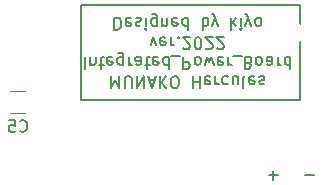
<source format=gbo>
G04 #@! TF.GenerationSoftware,KiCad,Pcbnew,(5.1.10)-1*
G04 #@! TF.CreationDate,2022-02-14T20:21:52+09:00*
G04 #@! TF.ProjectId,Integrated_Power_Board,496e7465-6772-4617-9465-645f506f7765,rev?*
G04 #@! TF.SameCoordinates,Original*
G04 #@! TF.FileFunction,Legend,Bot*
G04 #@! TF.FilePolarity,Positive*
%FSLAX46Y46*%
G04 Gerber Fmt 4.6, Leading zero omitted, Abs format (unit mm)*
G04 Created by KiCad (PCBNEW (5.1.10)-1) date 2022-02-14 20:21:52*
%MOMM*%
%LPD*%
G01*
G04 APERTURE LIST*
%ADD10C,0.150000*%
%ADD11C,0.120000*%
%ADD12C,0.100000*%
%ADD13O,1.700000X2.000000*%
%ADD14O,2.700000X1.500000*%
%ADD15O,1.600000X1.600000*%
%ADD16R,2.000000X4.000000*%
%ADD17C,1.635000*%
%ADD18C,1.600000*%
%ADD19C,1.800000*%
%ADD20R,1.800000X1.800000*%
%ADD21O,4.000000X2.000000*%
%ADD22C,1.440000*%
%ADD23R,2.200000X2.200000*%
%ADD24O,2.200000X2.200000*%
%ADD25R,3.200000X3.200000*%
%ADD26O,3.200000X3.200000*%
%ADD27C,2.700000*%
G04 APERTURE END LIST*
D10*
X160116870Y-89176935D02*
X141616870Y-89176935D01*
X160116870Y-97176935D02*
X160116870Y-89176935D01*
X141616870Y-97176935D02*
X160116870Y-97176935D01*
X141616870Y-97176935D02*
X141616870Y-89176935D01*
X144164489Y-95199554D02*
X144164489Y-96199554D01*
X144497822Y-95485268D01*
X144831155Y-96199554D01*
X144831155Y-95199554D01*
X145307346Y-96199554D02*
X145307346Y-95390030D01*
X145354965Y-95294792D01*
X145402584Y-95247173D01*
X145497822Y-95199554D01*
X145688298Y-95199554D01*
X145783536Y-95247173D01*
X145831155Y-95294792D01*
X145878774Y-95390030D01*
X145878774Y-96199554D01*
X146354965Y-95199554D02*
X146354965Y-96199554D01*
X146926393Y-95199554D01*
X146926393Y-96199554D01*
X147354965Y-95485268D02*
X147831155Y-95485268D01*
X147259727Y-95199554D02*
X147593060Y-96199554D01*
X147926393Y-95199554D01*
X148259727Y-95199554D02*
X148259727Y-96199554D01*
X148831155Y-95199554D02*
X148402584Y-95770982D01*
X148831155Y-96199554D02*
X148259727Y-95628125D01*
X149450203Y-96199554D02*
X149640679Y-96199554D01*
X149735917Y-96151935D01*
X149831155Y-96056696D01*
X149878774Y-95866220D01*
X149878774Y-95532887D01*
X149831155Y-95342411D01*
X149735917Y-95247173D01*
X149640679Y-95199554D01*
X149450203Y-95199554D01*
X149354965Y-95247173D01*
X149259727Y-95342411D01*
X149212108Y-95532887D01*
X149212108Y-95866220D01*
X149259727Y-96056696D01*
X149354965Y-96151935D01*
X149450203Y-96199554D01*
X151069250Y-95199554D02*
X151069250Y-96199554D01*
X151069250Y-95723363D02*
X151640679Y-95723363D01*
X151640679Y-95199554D02*
X151640679Y-96199554D01*
X152497822Y-95247173D02*
X152402584Y-95199554D01*
X152212108Y-95199554D01*
X152116870Y-95247173D01*
X152069250Y-95342411D01*
X152069250Y-95723363D01*
X152116870Y-95818601D01*
X152212108Y-95866220D01*
X152402584Y-95866220D01*
X152497822Y-95818601D01*
X152545441Y-95723363D01*
X152545441Y-95628125D01*
X152069250Y-95532887D01*
X152974012Y-95199554D02*
X152974012Y-95866220D01*
X152974012Y-95675744D02*
X153021631Y-95770982D01*
X153069250Y-95818601D01*
X153164489Y-95866220D01*
X153259727Y-95866220D01*
X154021631Y-95247173D02*
X153926393Y-95199554D01*
X153735917Y-95199554D01*
X153640679Y-95247173D01*
X153593060Y-95294792D01*
X153545441Y-95390030D01*
X153545441Y-95675744D01*
X153593060Y-95770982D01*
X153640679Y-95818601D01*
X153735917Y-95866220D01*
X153926393Y-95866220D01*
X154021631Y-95818601D01*
X154878774Y-95866220D02*
X154878774Y-95199554D01*
X154450203Y-95866220D02*
X154450203Y-95342411D01*
X154497822Y-95247173D01*
X154593060Y-95199554D01*
X154735917Y-95199554D01*
X154831155Y-95247173D01*
X154878774Y-95294792D01*
X155497822Y-95199554D02*
X155402584Y-95247173D01*
X155354965Y-95342411D01*
X155354965Y-96199554D01*
X156259727Y-95247173D02*
X156164489Y-95199554D01*
X155974012Y-95199554D01*
X155878774Y-95247173D01*
X155831155Y-95342411D01*
X155831155Y-95723363D01*
X155878774Y-95818601D01*
X155974012Y-95866220D01*
X156164489Y-95866220D01*
X156259727Y-95818601D01*
X156307346Y-95723363D01*
X156307346Y-95628125D01*
X155831155Y-95532887D01*
X156688298Y-95247173D02*
X156783536Y-95199554D01*
X156974012Y-95199554D01*
X157069250Y-95247173D01*
X157116869Y-95342411D01*
X157116869Y-95390030D01*
X157069250Y-95485268D01*
X156974012Y-95532887D01*
X156831155Y-95532887D01*
X156735917Y-95580506D01*
X156688298Y-95675744D01*
X156688298Y-95723363D01*
X156735917Y-95818601D01*
X156831155Y-95866220D01*
X156974012Y-95866220D01*
X157069250Y-95818601D01*
X141926393Y-93549554D02*
X141926393Y-94549554D01*
X142402584Y-94216220D02*
X142402584Y-93549554D01*
X142402584Y-94120982D02*
X142450203Y-94168601D01*
X142545441Y-94216220D01*
X142688298Y-94216220D01*
X142783536Y-94168601D01*
X142831155Y-94073363D01*
X142831155Y-93549554D01*
X143164489Y-94216220D02*
X143545441Y-94216220D01*
X143307346Y-94549554D02*
X143307346Y-93692411D01*
X143354965Y-93597173D01*
X143450203Y-93549554D01*
X143545441Y-93549554D01*
X144259727Y-93597173D02*
X144164489Y-93549554D01*
X143974012Y-93549554D01*
X143878774Y-93597173D01*
X143831155Y-93692411D01*
X143831155Y-94073363D01*
X143878774Y-94168601D01*
X143974012Y-94216220D01*
X144164489Y-94216220D01*
X144259727Y-94168601D01*
X144307346Y-94073363D01*
X144307346Y-93978125D01*
X143831155Y-93882887D01*
X145164489Y-94216220D02*
X145164489Y-93406696D01*
X145116870Y-93311458D01*
X145069250Y-93263839D01*
X144974012Y-93216220D01*
X144831155Y-93216220D01*
X144735917Y-93263839D01*
X145164489Y-93597173D02*
X145069250Y-93549554D01*
X144878774Y-93549554D01*
X144783536Y-93597173D01*
X144735917Y-93644792D01*
X144688298Y-93740030D01*
X144688298Y-94025744D01*
X144735917Y-94120982D01*
X144783536Y-94168601D01*
X144878774Y-94216220D01*
X145069250Y-94216220D01*
X145164489Y-94168601D01*
X145640679Y-93549554D02*
X145640679Y-94216220D01*
X145640679Y-94025744D02*
X145688298Y-94120982D01*
X145735917Y-94168601D01*
X145831155Y-94216220D01*
X145926393Y-94216220D01*
X146688298Y-93549554D02*
X146688298Y-94073363D01*
X146640679Y-94168601D01*
X146545441Y-94216220D01*
X146354965Y-94216220D01*
X146259727Y-94168601D01*
X146688298Y-93597173D02*
X146593060Y-93549554D01*
X146354965Y-93549554D01*
X146259727Y-93597173D01*
X146212108Y-93692411D01*
X146212108Y-93787649D01*
X146259727Y-93882887D01*
X146354965Y-93930506D01*
X146593060Y-93930506D01*
X146688298Y-93978125D01*
X147021631Y-94216220D02*
X147402584Y-94216220D01*
X147164489Y-94549554D02*
X147164489Y-93692411D01*
X147212108Y-93597173D01*
X147307346Y-93549554D01*
X147402584Y-93549554D01*
X148116870Y-93597173D02*
X148021631Y-93549554D01*
X147831155Y-93549554D01*
X147735917Y-93597173D01*
X147688298Y-93692411D01*
X147688298Y-94073363D01*
X147735917Y-94168601D01*
X147831155Y-94216220D01*
X148021631Y-94216220D01*
X148116870Y-94168601D01*
X148164489Y-94073363D01*
X148164489Y-93978125D01*
X147688298Y-93882887D01*
X149021631Y-93549554D02*
X149021631Y-94549554D01*
X149021631Y-93597173D02*
X148926393Y-93549554D01*
X148735917Y-93549554D01*
X148640679Y-93597173D01*
X148593060Y-93644792D01*
X148545441Y-93740030D01*
X148545441Y-94025744D01*
X148593060Y-94120982D01*
X148640679Y-94168601D01*
X148735917Y-94216220D01*
X148926393Y-94216220D01*
X149021631Y-94168601D01*
X149259727Y-93454315D02*
X150021631Y-93454315D01*
X150259727Y-93549554D02*
X150259727Y-94549554D01*
X150640679Y-94549554D01*
X150735917Y-94501935D01*
X150783536Y-94454315D01*
X150831155Y-94359077D01*
X150831155Y-94216220D01*
X150783536Y-94120982D01*
X150735917Y-94073363D01*
X150640679Y-94025744D01*
X150259727Y-94025744D01*
X151402584Y-93549554D02*
X151307346Y-93597173D01*
X151259727Y-93644792D01*
X151212108Y-93740030D01*
X151212108Y-94025744D01*
X151259727Y-94120982D01*
X151307346Y-94168601D01*
X151402584Y-94216220D01*
X151545441Y-94216220D01*
X151640679Y-94168601D01*
X151688298Y-94120982D01*
X151735917Y-94025744D01*
X151735917Y-93740030D01*
X151688298Y-93644792D01*
X151640679Y-93597173D01*
X151545441Y-93549554D01*
X151402584Y-93549554D01*
X152069250Y-94216220D02*
X152259727Y-93549554D01*
X152450203Y-94025744D01*
X152640679Y-93549554D01*
X152831155Y-94216220D01*
X153593060Y-93597173D02*
X153497822Y-93549554D01*
X153307346Y-93549554D01*
X153212108Y-93597173D01*
X153164489Y-93692411D01*
X153164489Y-94073363D01*
X153212108Y-94168601D01*
X153307346Y-94216220D01*
X153497822Y-94216220D01*
X153593060Y-94168601D01*
X153640679Y-94073363D01*
X153640679Y-93978125D01*
X153164489Y-93882887D01*
X154069250Y-93549554D02*
X154069250Y-94216220D01*
X154069250Y-94025744D02*
X154116870Y-94120982D01*
X154164489Y-94168601D01*
X154259727Y-94216220D01*
X154354965Y-94216220D01*
X154450203Y-93454315D02*
X155212108Y-93454315D01*
X155783536Y-94073363D02*
X155926393Y-94025744D01*
X155974012Y-93978125D01*
X156021631Y-93882887D01*
X156021631Y-93740030D01*
X155974012Y-93644792D01*
X155926393Y-93597173D01*
X155831155Y-93549554D01*
X155450203Y-93549554D01*
X155450203Y-94549554D01*
X155783536Y-94549554D01*
X155878774Y-94501935D01*
X155926393Y-94454315D01*
X155974012Y-94359077D01*
X155974012Y-94263839D01*
X155926393Y-94168601D01*
X155878774Y-94120982D01*
X155783536Y-94073363D01*
X155450203Y-94073363D01*
X156593060Y-93549554D02*
X156497822Y-93597173D01*
X156450203Y-93644792D01*
X156402584Y-93740030D01*
X156402584Y-94025744D01*
X156450203Y-94120982D01*
X156497822Y-94168601D01*
X156593060Y-94216220D01*
X156735917Y-94216220D01*
X156831155Y-94168601D01*
X156878774Y-94120982D01*
X156926393Y-94025744D01*
X156926393Y-93740030D01*
X156878774Y-93644792D01*
X156831155Y-93597173D01*
X156735917Y-93549554D01*
X156593060Y-93549554D01*
X157783536Y-93549554D02*
X157783536Y-94073363D01*
X157735917Y-94168601D01*
X157640679Y-94216220D01*
X157450203Y-94216220D01*
X157354965Y-94168601D01*
X157783536Y-93597173D02*
X157688298Y-93549554D01*
X157450203Y-93549554D01*
X157354965Y-93597173D01*
X157307346Y-93692411D01*
X157307346Y-93787649D01*
X157354965Y-93882887D01*
X157450203Y-93930506D01*
X157688298Y-93930506D01*
X157783536Y-93978125D01*
X158259727Y-93549554D02*
X158259727Y-94216220D01*
X158259727Y-94025744D02*
X158307346Y-94120982D01*
X158354965Y-94168601D01*
X158450203Y-94216220D01*
X158545441Y-94216220D01*
X159307346Y-93549554D02*
X159307346Y-94549554D01*
X159307346Y-93597173D02*
X159212108Y-93549554D01*
X159021631Y-93549554D01*
X158926393Y-93597173D01*
X158878774Y-93644792D01*
X158831155Y-93740030D01*
X158831155Y-94025744D01*
X158878774Y-94120982D01*
X158926393Y-94168601D01*
X159021631Y-94216220D01*
X159212108Y-94216220D01*
X159307346Y-94168601D01*
X147497822Y-92566220D02*
X147735917Y-91899554D01*
X147974012Y-92566220D01*
X148735917Y-91947173D02*
X148640679Y-91899554D01*
X148450203Y-91899554D01*
X148354965Y-91947173D01*
X148307346Y-92042411D01*
X148307346Y-92423363D01*
X148354965Y-92518601D01*
X148450203Y-92566220D01*
X148640679Y-92566220D01*
X148735917Y-92518601D01*
X148783536Y-92423363D01*
X148783536Y-92328125D01*
X148307346Y-92232887D01*
X149212108Y-91899554D02*
X149212108Y-92566220D01*
X149212108Y-92375744D02*
X149259727Y-92470982D01*
X149307346Y-92518601D01*
X149402584Y-92566220D01*
X149497822Y-92566220D01*
X149831155Y-91994792D02*
X149878774Y-91947173D01*
X149831155Y-91899554D01*
X149783536Y-91947173D01*
X149831155Y-91994792D01*
X149831155Y-91899554D01*
X150259727Y-92804315D02*
X150307346Y-92851935D01*
X150402584Y-92899554D01*
X150640679Y-92899554D01*
X150735917Y-92851935D01*
X150783536Y-92804315D01*
X150831155Y-92709077D01*
X150831155Y-92613839D01*
X150783536Y-92470982D01*
X150212108Y-91899554D01*
X150831155Y-91899554D01*
X151450203Y-92899554D02*
X151545441Y-92899554D01*
X151640679Y-92851935D01*
X151688298Y-92804315D01*
X151735917Y-92709077D01*
X151783536Y-92518601D01*
X151783536Y-92280506D01*
X151735917Y-92090030D01*
X151688298Y-91994792D01*
X151640679Y-91947173D01*
X151545441Y-91899554D01*
X151450203Y-91899554D01*
X151354965Y-91947173D01*
X151307346Y-91994792D01*
X151259727Y-92090030D01*
X151212108Y-92280506D01*
X151212108Y-92518601D01*
X151259727Y-92709077D01*
X151307346Y-92804315D01*
X151354965Y-92851935D01*
X151450203Y-92899554D01*
X152164489Y-92804315D02*
X152212108Y-92851935D01*
X152307346Y-92899554D01*
X152545441Y-92899554D01*
X152640679Y-92851935D01*
X152688298Y-92804315D01*
X152735917Y-92709077D01*
X152735917Y-92613839D01*
X152688298Y-92470982D01*
X152116870Y-91899554D01*
X152735917Y-91899554D01*
X153116870Y-92804315D02*
X153164489Y-92851935D01*
X153259727Y-92899554D01*
X153497822Y-92899554D01*
X153593060Y-92851935D01*
X153640679Y-92804315D01*
X153688298Y-92709077D01*
X153688298Y-92613839D01*
X153640679Y-92470982D01*
X153069250Y-91899554D01*
X153688298Y-91899554D01*
X144426393Y-90249554D02*
X144426393Y-91249554D01*
X144664489Y-91249554D01*
X144807346Y-91201935D01*
X144902584Y-91106696D01*
X144950203Y-91011458D01*
X144997822Y-90820982D01*
X144997822Y-90678125D01*
X144950203Y-90487649D01*
X144902584Y-90392411D01*
X144807346Y-90297173D01*
X144664489Y-90249554D01*
X144426393Y-90249554D01*
X145807346Y-90297173D02*
X145712108Y-90249554D01*
X145521631Y-90249554D01*
X145426393Y-90297173D01*
X145378774Y-90392411D01*
X145378774Y-90773363D01*
X145426393Y-90868601D01*
X145521631Y-90916220D01*
X145712108Y-90916220D01*
X145807346Y-90868601D01*
X145854965Y-90773363D01*
X145854965Y-90678125D01*
X145378774Y-90582887D01*
X146235917Y-90297173D02*
X146331155Y-90249554D01*
X146521631Y-90249554D01*
X146616870Y-90297173D01*
X146664489Y-90392411D01*
X146664489Y-90440030D01*
X146616870Y-90535268D01*
X146521631Y-90582887D01*
X146378774Y-90582887D01*
X146283536Y-90630506D01*
X146235917Y-90725744D01*
X146235917Y-90773363D01*
X146283536Y-90868601D01*
X146378774Y-90916220D01*
X146521631Y-90916220D01*
X146616870Y-90868601D01*
X147093060Y-90249554D02*
X147093060Y-90916220D01*
X147093060Y-91249554D02*
X147045441Y-91201935D01*
X147093060Y-91154315D01*
X147140679Y-91201935D01*
X147093060Y-91249554D01*
X147093060Y-91154315D01*
X147997822Y-90916220D02*
X147997822Y-90106696D01*
X147950203Y-90011458D01*
X147902584Y-89963839D01*
X147807346Y-89916220D01*
X147664489Y-89916220D01*
X147569250Y-89963839D01*
X147997822Y-90297173D02*
X147902584Y-90249554D01*
X147712108Y-90249554D01*
X147616870Y-90297173D01*
X147569250Y-90344792D01*
X147521631Y-90440030D01*
X147521631Y-90725744D01*
X147569250Y-90820982D01*
X147616870Y-90868601D01*
X147712108Y-90916220D01*
X147902584Y-90916220D01*
X147997822Y-90868601D01*
X148474012Y-90916220D02*
X148474012Y-90249554D01*
X148474012Y-90820982D02*
X148521631Y-90868601D01*
X148616870Y-90916220D01*
X148759727Y-90916220D01*
X148854965Y-90868601D01*
X148902584Y-90773363D01*
X148902584Y-90249554D01*
X149759727Y-90297173D02*
X149664489Y-90249554D01*
X149474012Y-90249554D01*
X149378774Y-90297173D01*
X149331155Y-90392411D01*
X149331155Y-90773363D01*
X149378774Y-90868601D01*
X149474012Y-90916220D01*
X149664489Y-90916220D01*
X149759727Y-90868601D01*
X149807346Y-90773363D01*
X149807346Y-90678125D01*
X149331155Y-90582887D01*
X150664489Y-90249554D02*
X150664489Y-91249554D01*
X150664489Y-90297173D02*
X150569250Y-90249554D01*
X150378774Y-90249554D01*
X150283536Y-90297173D01*
X150235917Y-90344792D01*
X150188298Y-90440030D01*
X150188298Y-90725744D01*
X150235917Y-90820982D01*
X150283536Y-90868601D01*
X150378774Y-90916220D01*
X150569250Y-90916220D01*
X150664489Y-90868601D01*
X151902584Y-90249554D02*
X151902584Y-91249554D01*
X151902584Y-90868601D02*
X151997822Y-90916220D01*
X152188298Y-90916220D01*
X152283536Y-90868601D01*
X152331155Y-90820982D01*
X152378774Y-90725744D01*
X152378774Y-90440030D01*
X152331155Y-90344792D01*
X152283536Y-90297173D01*
X152188298Y-90249554D01*
X151997822Y-90249554D01*
X151902584Y-90297173D01*
X152712108Y-90916220D02*
X152950203Y-90249554D01*
X153188298Y-90916220D02*
X152950203Y-90249554D01*
X152854965Y-90011458D01*
X152807346Y-89963839D01*
X152712108Y-89916220D01*
X154331155Y-90249554D02*
X154331155Y-91249554D01*
X154426393Y-90630506D02*
X154712108Y-90249554D01*
X154712108Y-90916220D02*
X154331155Y-90535268D01*
X155140679Y-90249554D02*
X155140679Y-90916220D01*
X155140679Y-91249554D02*
X155093060Y-91201935D01*
X155140679Y-91154315D01*
X155188298Y-91201935D01*
X155140679Y-91249554D01*
X155140679Y-91154315D01*
X155521631Y-90916220D02*
X155759727Y-90249554D01*
X155997822Y-90916220D02*
X155759727Y-90249554D01*
X155664489Y-90011458D01*
X155616870Y-89963839D01*
X155521631Y-89916220D01*
X156521631Y-90249554D02*
X156426393Y-90297173D01*
X156378774Y-90344792D01*
X156331155Y-90440030D01*
X156331155Y-90725744D01*
X156378774Y-90820982D01*
X156426393Y-90868601D01*
X156521631Y-90916220D01*
X156664489Y-90916220D01*
X156759727Y-90868601D01*
X156807346Y-90820982D01*
X156854965Y-90725744D01*
X156854965Y-90440030D01*
X156807346Y-90344792D01*
X156759727Y-90297173D01*
X156664489Y-90249554D01*
X156521631Y-90249554D01*
D11*
X135622000Y-96489000D02*
X136880000Y-96489000D01*
X135622000Y-98329000D02*
X136880000Y-98329000D01*
D10*
X161289952Y-103576428D02*
X160528047Y-103576428D01*
X158241952Y-103576428D02*
X157480047Y-103576428D01*
X157861000Y-103957380D02*
X157861000Y-103195476D01*
X136417666Y-99816142D02*
X136465285Y-99863761D01*
X136608142Y-99911380D01*
X136703380Y-99911380D01*
X136846238Y-99863761D01*
X136941476Y-99768523D01*
X136989095Y-99673285D01*
X137036714Y-99482809D01*
X137036714Y-99339952D01*
X136989095Y-99149476D01*
X136941476Y-99054238D01*
X136846238Y-98959000D01*
X136703380Y-98911380D01*
X136608142Y-98911380D01*
X136465285Y-98959000D01*
X136417666Y-99006619D01*
X135512904Y-98911380D02*
X135989095Y-98911380D01*
X136036714Y-99387571D01*
X135989095Y-99339952D01*
X135893857Y-99292333D01*
X135655761Y-99292333D01*
X135560523Y-99339952D01*
X135512904Y-99387571D01*
X135465285Y-99482809D01*
X135465285Y-99720904D01*
X135512904Y-99816142D01*
X135560523Y-99863761D01*
X135655761Y-99911380D01*
X135893857Y-99911380D01*
X135989095Y-99863761D01*
X136036714Y-99816142D01*
%LPC*%
G36*
G01*
X123967908Y-89714010D02*
X123967908Y-89714010D01*
G75*
G02*
X125169990Y-89714010I601041J-601041D01*
G01*
X125169990Y-89714010D01*
G75*
G02*
X125169990Y-90916092I-601041J-601041D01*
G01*
X125169990Y-90916092D01*
G75*
G02*
X123967908Y-90916092I-601041J601041D01*
G01*
X123967908Y-90916092D01*
G75*
G02*
X123967908Y-89714010I601041J601041D01*
G01*
G37*
D12*
G36*
X125162918Y-88519000D02*
G01*
X126365000Y-87316918D01*
X127567082Y-88519000D01*
X126365000Y-89721082D01*
X125162918Y-88519000D01*
G37*
G36*
G01*
X135929000Y-81268000D02*
X135929000Y-79768000D01*
G75*
G02*
X136179000Y-79518000I250000J0D01*
G01*
X137379000Y-79518000D01*
G75*
G02*
X137629000Y-79768000I0J-250000D01*
G01*
X137629000Y-81268000D01*
G75*
G02*
X137379000Y-81518000I-250000J0D01*
G01*
X136179000Y-81518000D01*
G75*
G02*
X135929000Y-81268000I0J250000D01*
G01*
G37*
D13*
X139279000Y-80518000D03*
D14*
X123825000Y-104005000D03*
X123825000Y-107705000D03*
X123825000Y-112005000D03*
X123825000Y-115705000D03*
D15*
X132461000Y-93599000D03*
X140081000Y-98679000D03*
X132461000Y-96139000D03*
X140081000Y-96139000D03*
X132461000Y-98679000D03*
X140081000Y-93599000D03*
X132461000Y-101219000D03*
D16*
X160909000Y-106144000D03*
X157861000Y-106144000D03*
D17*
X134493000Y-106553000D03*
X134493000Y-109093000D03*
D18*
X138049000Y-104521000D03*
D15*
X145669000Y-104521000D03*
D19*
X149352000Y-73232000D03*
X149352000Y-78232000D03*
X151852000Y-80732000D03*
X146852000Y-80732000D03*
X151852000Y-75732000D03*
D20*
X146852000Y-75732000D03*
D18*
X155703000Y-85909000D03*
X150703000Y-85909000D03*
X143591000Y-85909000D03*
X148591000Y-85909000D03*
X137501000Y-97409000D03*
X135001000Y-97409000D03*
D21*
X169545000Y-107950000D03*
X169545000Y-113950000D03*
D22*
X158877000Y-82931000D03*
X158877000Y-85471000D03*
X158877000Y-88011000D03*
D18*
X172720000Y-89916000D03*
X171520000Y-94916000D03*
D15*
X129667000Y-92075000D03*
D18*
X129667000Y-84455000D03*
X159893000Y-91567000D03*
D15*
X159893000Y-99187000D03*
D18*
X155321000Y-104521000D03*
D15*
X147701000Y-104521000D03*
D18*
X145669000Y-107315000D03*
D15*
X138049000Y-107315000D03*
G36*
G01*
X135929000Y-87999000D02*
X135929000Y-86499000D01*
G75*
G02*
X136179000Y-86249000I250000J0D01*
G01*
X137379000Y-86249000D01*
G75*
G02*
X137629000Y-86499000I0J-250000D01*
G01*
X137629000Y-87999000D01*
G75*
G02*
X137379000Y-88249000I-250000J0D01*
G01*
X136179000Y-88249000D01*
G75*
G02*
X135929000Y-87999000I0J250000D01*
G01*
G37*
D13*
X139279000Y-87249000D03*
X164632000Y-87884000D03*
G36*
G01*
X167982000Y-87134000D02*
X167982000Y-88634000D01*
G75*
G02*
X167732000Y-88884000I-250000J0D01*
G01*
X166532000Y-88884000D01*
G75*
G02*
X166282000Y-88634000I0J250000D01*
G01*
X166282000Y-87134000D01*
G75*
G02*
X166532000Y-86884000I250000J0D01*
G01*
X167732000Y-86884000D01*
G75*
G02*
X167982000Y-87134000I0J-250000D01*
G01*
G37*
X164632000Y-94488000D03*
G36*
G01*
X167982000Y-93738000D02*
X167982000Y-95238000D01*
G75*
G02*
X167732000Y-95488000I-250000J0D01*
G01*
X166532000Y-95488000D01*
G75*
G02*
X166282000Y-95238000I0J250000D01*
G01*
X166282000Y-93738000D01*
G75*
G02*
X166532000Y-93488000I250000J0D01*
G01*
X167732000Y-93488000D01*
G75*
G02*
X167982000Y-93738000I0J-250000D01*
G01*
G37*
D23*
X132715000Y-89281000D03*
D24*
X132715000Y-81661000D03*
D25*
X129159000Y-115316000D03*
D26*
X129159000Y-102616000D03*
G36*
G01*
X123995001Y-94535000D02*
X126194999Y-94535000D01*
G75*
G02*
X126445000Y-94785001I0J-250001D01*
G01*
X126445000Y-96984999D01*
G75*
G02*
X126194999Y-97235000I-250001J0D01*
G01*
X123995001Y-97235000D01*
G75*
G02*
X123745000Y-96984999I0J250001D01*
G01*
X123745000Y-94785001D01*
G75*
G02*
X123995001Y-94535000I250001J0D01*
G01*
G37*
D27*
X125095000Y-99845000D03*
M02*

</source>
